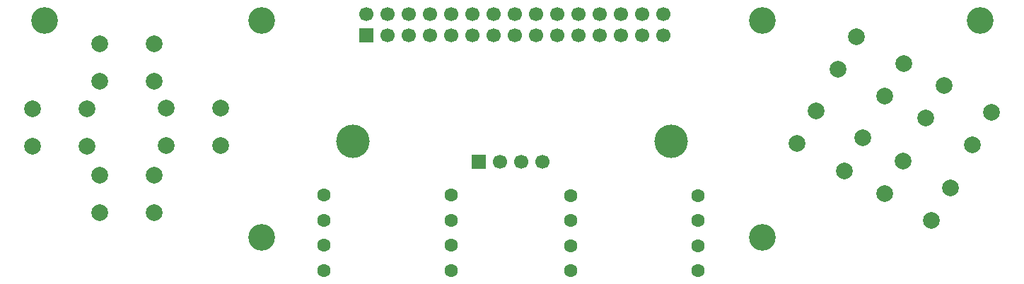
<source format=gbr>
%TF.GenerationSoftware,KiCad,Pcbnew,9.0.3*%
%TF.CreationDate,2025-07-15T10:31:37+02:00*%
%TF.ProjectId,CalliopeGamePad,43616c6c-696f-4706-9547-616d65506164,rev?*%
%TF.SameCoordinates,Original*%
%TF.FileFunction,Soldermask,Bot*%
%TF.FilePolarity,Negative*%
%FSLAX46Y46*%
G04 Gerber Fmt 4.6, Leading zero omitted, Abs format (unit mm)*
G04 Created by KiCad (PCBNEW 9.0.3) date 2025-07-15 10:31:37*
%MOMM*%
%LPD*%
G01*
G04 APERTURE LIST*
%ADD10C,3.200000*%
%ADD11C,2.000000*%
%ADD12R,1.700000X1.700000*%
%ADD13C,1.700000*%
%ADD14C,4.000000*%
%ADD15C,1.600000*%
G04 APERTURE END LIST*
D10*
%TO.C,H4*%
X94000000Y-93000000D03*
%TD*%
D11*
%TO.C,U8*%
X196839673Y-109876443D03*
X202468838Y-113126443D03*
X194589673Y-113773557D03*
X200218838Y-117023557D03*
%TD*%
%TO.C,U6*%
X201739673Y-100826443D03*
X207368838Y-104076443D03*
X199489672Y-104723558D03*
X205118839Y-107973558D03*
%TD*%
%TO.C,U2*%
X92611800Y-103599760D03*
X99111800Y-103599760D03*
X92611800Y-108099760D03*
X99111800Y-108099760D03*
%TD*%
%TO.C,U4*%
X100639400Y-111564760D03*
X107139400Y-111564760D03*
X100639400Y-116064760D03*
X107139400Y-116064760D03*
%TD*%
D12*
%TO.C,J2*%
X146000000Y-110000000D03*
D13*
X148540000Y-110000000D03*
X151080000Y-110000000D03*
X153620000Y-110000000D03*
%TD*%
D12*
%TO.C,J1*%
X132540000Y-94775000D03*
D13*
X132540000Y-92235000D03*
X135080000Y-94775000D03*
X135080000Y-92235000D03*
X137620000Y-94775000D03*
X137620000Y-92235000D03*
X140160000Y-94775000D03*
X140160000Y-92235000D03*
X142700000Y-94775000D03*
X142700000Y-92235000D03*
X145240000Y-94775000D03*
X145240000Y-92235000D03*
X147780000Y-94775000D03*
X147780000Y-92235000D03*
X150320000Y-94775000D03*
X150320000Y-92235000D03*
X152860000Y-94775000D03*
X152860000Y-92235000D03*
X155400000Y-94775000D03*
X155400000Y-92235000D03*
X157940000Y-94775000D03*
X157940000Y-92235000D03*
X160480000Y-94775000D03*
X160480000Y-92235000D03*
X163020000Y-94775000D03*
X163020000Y-92235000D03*
X165560000Y-94775000D03*
X165560000Y-92235000D03*
X168100000Y-94775000D03*
X168100000Y-92235000D03*
%TD*%
D11*
%TO.C,U7*%
X186389673Y-103876443D03*
X192018838Y-107126443D03*
X184139673Y-107773557D03*
X189768838Y-111023557D03*
%TD*%
D10*
%TO.C,H8*%
X206000000Y-93000000D03*
%TD*%
D14*
%TO.C,H1*%
X169050000Y-107550000D03*
%TD*%
D11*
%TO.C,U3*%
X108615000Y-103538360D03*
X115115000Y-103538360D03*
X108615000Y-108038360D03*
X115115000Y-108038360D03*
%TD*%
D10*
%TO.C,H5*%
X120000000Y-119000000D03*
%TD*%
%TO.C,H7*%
X180000000Y-93000000D03*
%TD*%
%TO.C,H6*%
X180000000Y-119000000D03*
%TD*%
D11*
%TO.C,U5*%
X191239673Y-94976443D03*
X196868838Y-98226443D03*
X188989673Y-98873557D03*
X194618838Y-102123557D03*
%TD*%
D10*
%TO.C,H3*%
X120000000Y-93000000D03*
%TD*%
D14*
%TO.C,H2*%
X130950000Y-107550000D03*
%TD*%
D11*
%TO.C,U1*%
X100623010Y-95815070D03*
X107123010Y-95815070D03*
X100623010Y-100315070D03*
X107123010Y-100315070D03*
%TD*%
D15*
%TO.C,R4*%
X142720951Y-113969293D03*
X127480951Y-113969293D03*
%TD*%
%TO.C,R1*%
X142720951Y-119969293D03*
X127480951Y-119969293D03*
%TD*%
%TO.C,R7*%
X157000000Y-114000000D03*
X172240000Y-114000000D03*
%TD*%
%TO.C,R3*%
X142720951Y-122969293D03*
X127480951Y-122969293D03*
%TD*%
%TO.C,R5*%
X157000000Y-120000000D03*
X172240000Y-120000000D03*
%TD*%
%TO.C,R8*%
X157000000Y-123000000D03*
X172240000Y-123000000D03*
%TD*%
%TO.C,R6*%
X157000000Y-117000000D03*
X172240000Y-117000000D03*
%TD*%
%TO.C,R2*%
X142720951Y-116969293D03*
X127480951Y-116969293D03*
%TD*%
M02*

</source>
